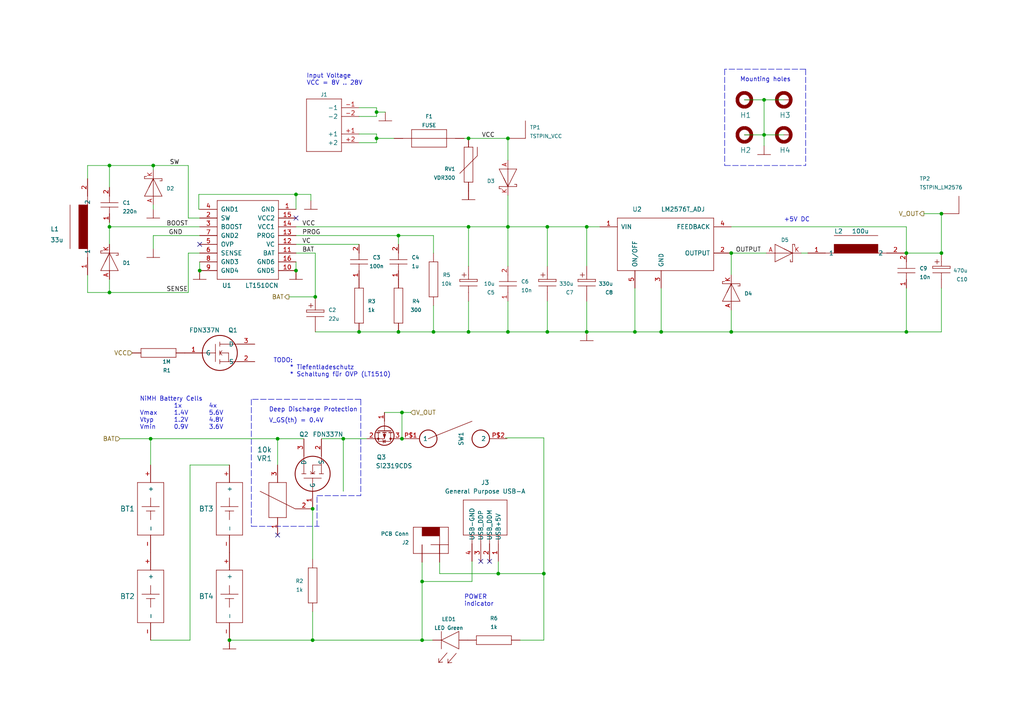
<source format=kicad_sch>
(kicad_sch (version 20211123) (generator eeschema)
  (paper "A4")
  (title_block (title "DC-Voltage-Regulator") (date "2022-06-02") (rev "1") (comment 1 "Author: Marco Dittmann"))
  (lib_symbols
    (symbol "EmbeddedSys:FDN337N" (pin_names (offset 1.016))
      (symbol "FDN337N_1_0"
        (polyline (pts (xy -1.27 0) (xy -5.08 0)))
        (polyline (pts (xy -1.27 0) (xy -1.27 -2.54)))
        (polyline (pts (xy -1.27 2.54) (xy -1.27 0)))
        (polyline (pts (xy 0 -2.54) (xy 5.08 -2.54)))
        (polyline (pts (xy 0 -1.905) (xy 0 -3.175)))
        (polyline (pts (xy 0 0) (xy 0 -0.635)))
        (polyline (pts (xy 0 0) (xy 0.635 -0.635)))
        (polyline (pts (xy 0 0) (xy 0.635 0.635)))
        (polyline (pts (xy 0 0) (xy 2.54 0)))
        (polyline (pts (xy 0 0.635) (xy 0 0)))
        (polyline (pts (xy 0 2.54) (xy 5.08 2.54)))
        (polyline (pts (xy 0 3.175) (xy 0 1.905)))
        (polyline (pts (xy 2.54 0) (xy 2.54 -2.54)))
        (circle (center 0 0) (radius 5.08) (stroke (width 0.254)))
        (pin bidirectional line (at -10.16 0 0) (length 5.08) (name "G") (number "1"))
        (pin bidirectional line (at 10.16 -2.54 180) (length 5.08) (name "S") (number "2"))
        (pin bidirectional line (at 10.16 2.54 180) (length 5.08) (name "D") (number "3"))
      )
    )
    (symbol "EmbeddedSys:LT1510CN" (pin_names (offset 1.016))
      (symbol "LT1510CN_1_0"
        (polyline (pts (xy 0 0) (xy 17.78 0)))
        (polyline (pts (xy 0 22.86) (xy 0 0)))
        (polyline (pts (xy 17.78 0) (xy 17.78 22.86)))
        (polyline (pts (xy 17.78 22.86) (xy 0 22.86)))
        (pin bidirectional line (at 22.86 20.32 180) (length 5.08) (name "GND") (number "1"))
        (pin bidirectional line (at 22.86 2.54 180) (length 5.08) (name "GND5") (number "10"))
        (pin bidirectional line (at 22.86 7.62 180) (length 5.08) (name "BAT") (number "11"))
        (pin bidirectional line (at 22.86 10.16 180) (length 5.08) (name "VC") (number "12"))
        (pin bidirectional line (at 22.86 12.7 180) (length 5.08) (name "PROG") (number "13"))
        (pin bidirectional line (at 22.86 15.24 180) (length 5.08) (name "VCC1") (number "14"))
        (pin bidirectional line (at 22.86 17.78 180) (length 5.08) (name "VCC2") (number "15"))
        (pin bidirectional line (at 22.86 5.08 180) (length 5.08) (name "GND6") (number "16"))
        (pin bidirectional line (at -5.08 17.78 0) (length 5.08) (name "SW") (number "2"))
        (pin bidirectional line (at -5.08 15.24 0) (length 5.08) (name "BOOST") (number "3"))
        (pin bidirectional line (at -5.08 20.32 0) (length 5.08) (name "GND1") (number "4"))
        (pin bidirectional line (at -5.08 10.16 0) (length 5.08) (name "OVP") (number "5"))
        (pin bidirectional line (at -5.08 7.62 0) (length 5.08) (name "SENSE") (number "6"))
        (pin bidirectional line (at -5.08 12.7 0) (length 5.08) (name "GND2") (number "7"))
        (pin bidirectional line (at -5.08 5.08 0) (length 5.08) (name "GND3") (number "8"))
        (pin bidirectional line (at -5.08 2.54 0) (length 5.08) (name "GND4") (number "9"))
      )
    )
    (symbol "EmbeddedSys:POWER_HOLES_MOUNT-PAD-ROUND3.0" (pin_names (offset 1.016))
      (property "Reference" "H" (at 2.794 0.5842 0))
      (property "Value" "POWER_HOLES_MOUNT-PAD-ROUND3.0" (at 2.794 -2.4638 0))
      (symbol "POWER_HOLES_MOUNT-PAD-ROUND3.0_1_0"
        (arc (start -2.032 -0.254) (mid -1.448 -1.448) (end -0.254 -2.032) (stroke (width 1.016)))
        (arc (start -0.254 2.032) (mid -1.448 1.448) (end -2.032 0.254) (stroke (width 1.016)))
        (circle (center 0 0) (radius 1.524) (stroke (width 0.0508)))
        (arc (start 0.254 -2.032) (mid 1.448 -1.448) (end 2.032 -0.254) (stroke (width 1.016)))
        (arc (start 2.032 0.254) (mid 1.448 1.448) (end 0.254 2.032) (stroke (width 1.016)))
        (pin passive line (at 0 0 0) (length 2.54) (name "MOUNT") (number "B3,0"))
      )
    )
    (symbol "EmbeddedSys:POWER_POWER_AKKU" (pin_names (offset 1.016))
      (property "Value" "POWER_POWER_AKKU" (at -7.62 -7.62 0))
      (symbol "POWER_POWER_AKKU_1_0"
        (polyline (pts (xy -7.62 -3.81) (xy -7.62 3.81)))
        (polyline (pts (xy -7.62 3.81) (xy 7.62 3.81)))
        (polyline (pts (xy -0.635 0) (xy -3.175 0)))
        (polyline (pts (xy -0.635 0) (xy -0.635 -2.54)))
        (polyline (pts (xy -0.635 2.54) (xy -0.635 0)))
        (polyline (pts (xy 0.635 0) (xy 0.635 -1.27)))
        (polyline (pts (xy 0.635 0) (xy 3.175 0)))
        (polyline (pts (xy 0.635 1.27) (xy 0.635 0)))
        (polyline (pts (xy 7.62 -3.81) (xy -7.62 -3.81)))
        (polyline (pts (xy 7.62 3.81) (xy 7.62 -3.81)))
        (pin bidirectional line (at -12.7 0 0) (length 5.08) (name "+") (number "+"))
        (pin bidirectional line (at 12.7 0 180) (length 5.08) (name "-") (number "-"))
      )
    )
    (symbol "EmbeddedSys:POWER_POWER_C-POL{dblquote}" (pin_names (offset 1.016))
      (property "Value" "POWER_POWER_C-POL{dblquote}" (at 2.54 -2.54 0))
      (symbol "POWER_POWER_C-POL{dblquote}_1_0"
        (polyline (pts (xy -0.635 0) (xy -2.54 0)))
        (polyline (pts (xy -0.635 0) (xy -0.635 -2.54)))
        (polyline (pts (xy -0.635 2.54) (xy -0.635 0)))
        (polyline (pts (xy 0.635 -2.54) (xy 0.635 2.54)))
        (polyline (pts (xy 0.635 2.54) (xy 1.27 2.54)))
        (polyline (pts (xy 1.27 -2.54) (xy 0.635 -2.54)))
        (polyline (pts (xy 1.27 0) (xy 1.27 -2.54)))
        (polyline (pts (xy 1.27 2.54) (xy 1.27 0)))
        (polyline (pts (xy 1.905 1.27) (xy 3.175 1.27)))
        (polyline (pts (xy 2.54 0) (xy 1.27 0)))
        (polyline (pts (xy 2.54 0.635) (xy 2.54 1.905)))
        (pin bidirectional line (at 5.08 0 180) (length 2.54) (name "+") (number "+"))
        (pin bidirectional line (at -5.08 0 0) (length 2.54) (name "-") (number "-"))
      )
    )
    (symbol "EmbeddedSys:POWER_POWER_CON2{dblquote}" (pin_names (offset 1.016))
      (property "Value" "POWER_POWER_CON2{dblquote}" (at -2.54 -5.08 0))
      (symbol "POWER_POWER_CON2{dblquote}_1_0"
        (polyline (pts (xy -2.54 -5.08) (xy 5.08 -5.08)))
        (polyline (pts (xy -2.54 2.54) (xy -2.54 -5.08)))
        (polyline (pts (xy -2.54 2.54) (xy 2.54 2.54)))
        (polyline (pts (xy -2.54 5.08) (xy -2.54 2.54)))
        (polyline (pts (xy 0 5.08) (xy -2.54 5.08)))
        (polyline (pts (xy 0 5.08) (xy 0 0)))
        (polyline (pts (xy 5.08 -5.08) (xy 5.08 5.08)))
        (polyline (pts (xy 5.08 5.08) (xy 0 5.08)))
        (rectangle (start 2.54 -2.54) (end 5.08 2.54) (fill (type outline)))
        (pin bidirectional line (at -5.08 2.54 0) (length 5.08) (name "+5V") (number "+5V"))
        (pin bidirectional line (at -5.08 -2.54 0) (length 5.08) (name "GND") (number "GND"))
      )
    )
    (symbol "EmbeddedSys:POWER_POWER_C_SMD" (pin_names (offset 1.016))
      (property "Value" "POWER_POWER_C_SMD" (at -2.54 -3.81 0))
      (symbol "POWER_POWER_C_SMD_1_0"
        (polyline (pts (xy -2.54 0) (xy -0.635 0)))
        (polyline (pts (xy -0.635 0) (xy -0.635 -2.54)))
        (polyline (pts (xy -0.635 2.54) (xy -0.635 0)))
        (polyline (pts (xy 0.635 0) (xy 0.635 -2.54)))
        (polyline (pts (xy 0.635 2.54) (xy 0.635 0)))
        (polyline (pts (xy 2.54 0) (xy 0.635 0)))
        (pin bidirectional line (at -5.08 0 0) (length 2.54) (name "P$1") (number "1"))
        (pin bidirectional line (at 5.08 0 180) (length 2.54) (name "P$2") (number "2"))
      )
    )
    (symbol "EmbeddedSys:POWER_POWER_FUSE{dblquote}" (pin_names (offset 1.016))
      (property "Value" "POWER_POWER_FUSE{dblquote}" (at -2.54 -2.54 0))
      (symbol "POWER_POWER_FUSE{dblquote}_1_0"
        (polyline (pts (xy -7.62 0) (xy 7.62 0)))
        (polyline (pts (xy -5.08 -2.54) (xy 5.08 -2.54)))
        (polyline (pts (xy -5.08 2.54) (xy -5.08 -2.54)))
        (polyline (pts (xy 5.08 -2.54) (xy 5.08 2.54)))
        (polyline (pts (xy 5.08 2.54) (xy -5.08 2.54)))
        (pin bidirectional line (at -10.16 0 0) (length 2.54) (name "P$1") (number "P$1"))
        (pin bidirectional line (at 10.16 0 180) (length 2.54) (name "P$2") (number "P$2"))
      )
    )
    (symbol "EmbeddedSys:POWER_POWER_LED-3MM" (pin_names (offset 1.016))
      (property "Value" "POWER_POWER_LED-3MM" (at -2.54 -5.08 0))
      (symbol "POWER_POWER_LED-3MM_1_0"
        (polyline (pts (xy -2.54 -2.54) (xy -2.54 2.54)))
        (polyline (pts (xy -2.54 2.54) (xy 2.54 0)))
        (polyline (pts (xy -1.778 3.81) (xy 0.635 6.604)))
        (polyline (pts (xy 0.635 6.604) (xy -0.508 6.477)))
        (polyline (pts (xy 0.635 6.604) (xy 0.635 5.461)))
        (polyline (pts (xy 0.889 3.683) (xy 3.302 6.477)))
        (polyline (pts (xy 2.54 0) (xy -2.54 -2.54)))
        (polyline (pts (xy 2.54 2.54) (xy 2.54 -2.54)))
        (polyline (pts (xy 3.302 6.477) (xy 2.159 6.35)))
        (polyline (pts (xy 3.302 6.477) (xy 3.302 5.334)))
        (pin bidirectional line (at -5.08 0 0) (length 2.54) (name "A") (number "A"))
        (pin bidirectional line (at 5.08 0 180) (length 2.54) (name "K") (number "K"))
      )
    )
    (symbol "EmbeddedSys:POWER_POWER_LM2576T_ADJ" (pin_names (offset 1.016))
      (symbol "POWER_POWER_LM2576T_ADJ_1_0"
        (polyline (pts (xy -12.7 5.08) (xy -12.7 20.32)))
        (polyline (pts (xy -12.7 20.32) (xy 15.24 20.32)))
        (polyline (pts (xy 15.24 5.08) (xy -12.7 5.08)))
        (polyline (pts (xy 15.24 20.32) (xy 15.24 5.08)))
        (pin bidirectional line (at -17.78 17.78 0) (length 5.08) (name "VIN") (number "1"))
        (pin bidirectional line (at 20.32 10.16 180) (length 5.08) (name "OUTPUT") (number "2"))
        (pin bidirectional line (at 0 0 90) (length 5.08) (name "GND") (number "3"))
        (pin bidirectional line (at 20.32 17.78 180) (length 5.08) (name "FEEDBACK") (number "4"))
        (pin bidirectional line (at -7.62 0 90) (length 5.08) (name "ON/OFF") (number "5"))
      )
    )
    (symbol "EmbeddedSys:POWER_POWER_POTI" (pin_names (offset 1.016))
      (property "Value" "POWER_POWER_POTI" (at 0 -5.08 0))
      (symbol "POWER_POWER_POTI_1_0"
        (polyline (pts (xy -5.08 -2.54) (xy 5.08 -2.54)))
        (polyline (pts (xy -5.08 2.54) (xy -5.08 -2.54)))
        (polyline (pts (xy -2.54 -5.08) (xy 2.54 5.08)))
        (polyline (pts (xy 5.08 -2.54) (xy 5.08 2.54)))
        (polyline (pts (xy 5.08 2.54) (xy -5.08 2.54)))
        (pin bidirectional line (at -10.16 0 0) (length 5.08) (name "1") (number "1"))
        (pin bidirectional line (at -2.54 -10.16 90) (length 5.08) (name "2") (number "2"))
        (pin bidirectional line (at 10.16 0 180) (length 5.08) (name "3") (number "3"))
      )
    )
    (symbol "EmbeddedSys:POWER_POWER_ROKA-PWR-IN" (pin_names (offset 1.016))
      (symbol "POWER_POWER_ROKA-PWR-IN_1_0"
        (polyline (pts (xy 0 0) (xy 0 15.24)))
        (polyline (pts (xy 0 15.24) (xy 10.16 15.24)))
        (polyline (pts (xy 10.16 0) (xy 0 0)))
        (polyline (pts (xy 10.16 15.24) (xy 10.16 0)))
        (pin bidirectional line (at -5.08 5.08 0) (length 5.08) (name "+1") (number "+1"))
        (pin bidirectional line (at -5.08 2.54 0) (length 5.08) (name "+2") (number "+2"))
        (pin bidirectional line (at -5.08 12.7 0) (length 5.08) (name "-1") (number "-1"))
        (pin bidirectional line (at -5.08 10.16 0) (length 5.08) (name "-2") (number "-2"))
      )
    )
    (symbol "EmbeddedSys:POWER_POWER_SB560{dblquote}" (pin_names (offset 1.016))
      (property "Value" "POWER_POWER_SB560{dblquote}" (at 2.54 -2.54 0))
      (symbol "POWER_POWER_SB560{dblquote}_1_0"
        (polyline (pts (xy -2.54 -2.54) (xy -2.54 0)))
        (polyline (pts (xy -2.54 0) (xy -2.54 2.54)))
        (polyline (pts (xy -2.54 0) (xy 2.54 0)))
        (polyline (pts (xy -2.54 2.54) (xy 2.54 0)))
        (polyline (pts (xy 0 1.27) (xy 2.54 0)))
        (polyline (pts (xy 1.905 -2.54) (xy 1.905 -1.905)))
        (polyline (pts (xy 2.54 -2.54) (xy 1.905 -2.54)))
        (polyline (pts (xy 2.54 0) (xy -2.54 -2.54)))
        (polyline (pts (xy 2.54 0) (xy 2.54 -2.54)))
        (polyline (pts (xy 2.54 0) (xy 2.54 2.54)))
        (polyline (pts (xy 2.54 2.54) (xy 3.175 2.54)))
        (polyline (pts (xy 3.175 2.54) (xy 3.175 1.905)))
        (pin bidirectional line (at -5.08 0 0) (length 2.54) (name "A") (number "A"))
        (pin bidirectional line (at 5.08 0 180) (length 2.54) (name "K") (number "K"))
      )
    )
    (symbol "EmbeddedSys:POWER_POWER_SMD_R" (pin_names (offset 1.016))
      (property "Reference" "R1" (at -2.54 2.54 0))
      (property "Value" "POWER_POWER_SMD_R" (at -2.54 -3.81 0))
      (symbol "POWER_POWER_SMD_R_1_0"
        (polyline (pts (xy -5.08 -1.27) (xy 5.08 -1.27)))
        (polyline (pts (xy -5.08 1.27) (xy -5.08 -1.27)))
        (polyline (pts (xy 5.08 -1.27) (xy 5.08 1.27)))
        (polyline (pts (xy 5.08 1.27) (xy -5.08 1.27)))
        (pin bidirectional line (at -7.62 0 0) (length 2.54) (name "P$1") (number "1"))
        (pin bidirectional line (at 7.62 0 180) (length 2.54) (name "P$2") (number "2"))
      )
    )
    (symbol "EmbeddedSys:POWER_POWER_SPULE_STEHEND" (pin_names (offset 1.016))
      (symbol "POWER_POWER_SPULE_STEHEND_1_0"
        (rectangle (start -12.7 12.7) (end 0 15.24) (fill (type outline)))
        (polyline (pts (xy -15.24 12.7) (xy 2.54 12.7)))
        (polyline (pts (xy -12.7 17.78) (xy 0 17.78)))
        (pin bidirectional line (at -20.32 12.7 0) (length 5.08) (name "1") (number "1"))
        (pin bidirectional line (at 7.62 12.7 180) (length 5.08) (name "2") (number "2"))
      )
    )
    (symbol "EmbeddedSys:POWER_POWER_SWITCH_ON" (pin_names (offset 1.016))
      (symbol "POWER_POWER_SWITCH_ON_1_0"
        (polyline (pts (xy 0 0) (xy 12.7 5.08)))
        (circle (center 0 0) (radius 2.54) (stroke (width 0.254)))
        (circle (center 15.24 0) (radius 2.54) (stroke (width 0.254)))
        (pin bidirectional line (at -7.62 0 0) (length 5.08) (name "1") (number "P$1"))
        (pin bidirectional line (at 22.86 0 180) (length 5.08) (name "2") (number "P$2"))
      )
    )
    (symbol "EmbeddedSys:POWER_POWER_TSTPIN{dblquote}" (pin_names (offset 1.016))
      (property "Value" "POWER_POWER_TSTPIN{dblquote}" (at 0 0 0))
      (symbol "POWER_POWER_TSTPIN{dblquote}_1_0"
        (polyline (pts (xy 0 0) (xy 0 5.08)))
        (pin bidirectional line (at -5.08 0 0) (length 5.08) (name "P$1") (number "P$1"))
      )
    )
    (symbol "EmbeddedSys:POWER_POWER_USBA" (pin_names (offset 1.016))
      (symbol "POWER_POWER_USBA_1_0"
        (polyline (pts (xy 0 0) (xy 10.16 0)))
        (polyline (pts (xy 0 2.54) (xy -2.54 2.54)))
        (polyline (pts (xy 0 2.54) (xy 0 0)))
        (polyline (pts (xy 0 5.08) (xy -2.54 5.08)))
        (polyline (pts (xy 0 5.08) (xy 0 2.54)))
        (polyline (pts (xy 0 7.62) (xy -2.54 7.62)))
        (polyline (pts (xy 0 7.62) (xy 0 5.08)))
        (polyline (pts (xy 0 10.16) (xy -2.54 10.16)))
        (polyline (pts (xy 0 10.16) (xy 0 7.62)))
        (polyline (pts (xy 0 12.7) (xy 0 10.16)))
        (polyline (pts (xy 10.16 0) (xy 10.16 12.7)))
        (polyline (pts (xy 10.16 12.7) (xy 0 12.7)))
        (pin bidirectional line (at -7.62 10.16 0) (length 5.08) (name "USB+5V") (number "1"))
        (pin bidirectional line (at -7.62 7.62 0) (length 5.08) (name "USB_DDM") (number "2"))
        (pin bidirectional line (at -7.62 5.08 0) (length 5.08) (name "USB_DDP") (number "3"))
        (pin bidirectional line (at -7.62 2.54 0) (length 5.08) (name "USB-GND") (number "4"))
      )
    )
    (symbol "EmbeddedSys:POWER_POWER_VDR300" (pin_names (offset 1.016))
      (property "Value" "POWER_POWER_VDR300" (at -1.27 -3.81 0))
      (symbol "POWER_POWER_VDR300_1_0"
        (polyline (pts (xy -5.08 -1.27) (xy 5.08 -1.27)))
        (polyline (pts (xy -5.08 1.27) (xy -5.08 -1.27)))
        (polyline (pts (xy -2.54 -2.54) (xy 2.54 2.54)))
        (polyline (pts (xy 2.54 2.54) (xy 5.08 2.54)))
        (polyline (pts (xy 5.08 -1.27) (xy 5.08 1.27)))
        (polyline (pts (xy 5.08 1.27) (xy -5.08 1.27)))
        (pin bidirectional line (at -7.62 0 0) (length 2.54) (name "P$1") (number "P$1"))
        (pin bidirectional line (at 7.62 0 180) (length 2.54) (name "P$2") (number "P$2"))
      )
    )
    (symbol "EmbeddedSys:POWER_SUPPLY1_GND" (power) (pin_names (offset 1.016))
      (property "Value" "POWER_SUPPLY1_GND" (at -2.54 -2.54 0))
      (symbol "POWER_SUPPLY1_GND_1_0"
        (polyline (pts (xy -1.905 0) (xy 1.905 0)))
        (pin power_in line (at 0 2.54 270) (length 2.54) (name "GND") (number "1"))
      )
    )
    (symbol "Transistor_FET:Si2319CDS" (pin_names hide)
      (property "Reference" "Q" (at 5.08 1.905 0))
      (property "Value" "Si2319CDS" (at 5.08 0 0))
      (symbol "Si2319CDS_0_1"
        (polyline (pts (xy 0.254 0) (xy -2.54 0)))
        (polyline (pts (xy 0.254 1.905) (xy 0.254 -1.905)) (stroke (width 0.254)))
        (polyline (pts (xy 0.762 -1.27) (xy 0.762 -2.286)) (stroke (width 0.254)))
        (polyline (pts (xy 0.762 0.508) (xy 0.762 -0.508)) (stroke (width 0.254)))
        (polyline (pts (xy 0.762 2.286) (xy 0.762 1.27)) (stroke (width 0.254)))
        (polyline (pts (xy 2.54 2.54) (xy 2.54 1.778)))
        (polyline (pts (xy 2.54 -2.54) (xy 2.54 0) (xy 0.762 0)))
        (polyline (pts (xy 0.762 1.778) (xy 3.302 1.778) (xy 3.302 -1.778) (xy 0.762 -1.778)))
        (polyline (pts (xy 2.286 0) (xy 1.27 0.381) (xy 1.27 -0.381) (xy 2.286 0)) (fill (type outline)))
        (polyline (pts (xy 2.794 -0.508) (xy 2.921 -0.381) (xy 3.683 -0.381) (xy 3.81 -0.254)))
        (polyline (pts (xy 3.302 -0.381) (xy 2.921 0.254) (xy 3.683 0.254) (xy 3.302 -0.381)))
        (circle (center 1.651 0) (radius 2.794) (stroke (width 0.254)))
        (circle (center 2.54 -1.778) (radius 0.254) (fill (type outline)))
        (circle (center 2.54 1.778) (radius 0.254) (fill (type outline)))
      )
      (symbol "Si2319CDS_1_1"
        (pin input line (at -5.08 0 0) (length 2.54) (name "G") (number "1"))
        (pin passive line (at 2.54 -5.08 90) (length 2.54) (name "S") (number "2"))
        (pin passive line (at 2.54 5.08 270) (length 2.54) (name "D") (number "3"))
      )
    )
  )
  (junction (at 273.05 61.976))
  (junction (at 31.75 84.836))
  (junction (at 122.428 168.656))
  (junction (at 66.548 185.674))
  (junction (at 104.14 96.266))
  (junction (at 44.45 48.006))
  (junction (at 116.586 127.254))
  (junction (at 115.57 68.326))
  (junction (at 125.73 96.266))
  (junction (at 31.75 65.786))
  (junction (at 85.852 56.388))
  (junction (at 43.688 127.254))
  (junction (at 135.89 96.266))
  (junction (at 147.32 40.132))
  (junction (at 170.18 96.266))
  (junction (at 221.615 28.956))
  (junction (at 147.32 96.266))
  (junction (at 212.09 73.406))
  (junction (at 31.75 48.006))
  (junction (at 221.615 39.116))
  (junction (at 170.18 65.786))
  (junction (at 99.568 127.254))
  (junction (at 212.09 96.266))
  (junction (at 90.678 147.574))
  (junction (at 57.912 78.486))
  (junction (at 135.89 65.786))
  (junction (at 91.44 86.106))
  (junction (at 109.22 32.512))
  (junction (at 135.89 40.132))
  (junction (at 273.05 73.406))
  (junction (at 115.57 96.266))
  (junction (at 90.678 185.674))
  (junction (at 262.89 73.406))
  (junction (at 116.586 119.634))
  (junction (at 184.15 96.266))
  (junction (at 158.75 65.786))
  (junction (at 109.22 40.132))
  (junction (at 147.32 65.786))
  (junction (at 157.734 166.37))
  (junction (at 144.526 166.37))
  (junction (at 158.75 96.266))
  (junction (at 262.89 96.266))
  (junction (at 80.518 127.254))
  (junction (at 85.852 78.486))
  (junction (at 191.77 96.266))
  (junction (at 122.428 185.674))
  (no_connect (at 80.518 155.194))
  (no_connect (at 57.912 70.866))
  (no_connect (at 85.852 63.246))
  (no_connect (at 139.446 162.814))
  (no_connect (at 141.986 162.814))
  (wire (pts (xy 262.89 73.406) (xy 273.05 73.406)))
  (wire (pts (xy 114.3 40.132) (xy 109.22 40.132)))
  (wire (pts (xy 85.852 68.326) (xy 115.57 68.326)))
  (wire (pts (xy 104.14 38.862) (xy 109.22 38.862)))
  (wire (pts (xy 136.906 162.814) (xy 136.906 168.656)))
  (wire (pts (xy 215.9 28.956) (xy 221.615 28.956)))
  (wire (pts (xy 104.14 41.402) (xy 109.22 41.402)))
  (wire (pts (xy 44.45 48.006) (xy 54.61 48.006)))
  (wire (pts (xy 31.75 65.786) (xy 57.912 65.786)))
  (wire (pts (xy 31.75 65.786) (xy 31.75 70.866)))
  (wire (pts (xy 221.615 28.956) (xy 227.33 28.956)))
  (wire (pts (xy 31.75 64.516) (xy 31.75 65.786)))
  (wire (pts (xy 44.45 48.006) (xy 44.45 49.276)))
  (wire (pts (xy 170.18 87.376) (xy 170.18 96.266)))
  (wire (pts (xy 125.73 88.646) (xy 125.73 96.266)))
  (wire (pts (xy 191.77 83.566) (xy 191.77 96.266)))
  (wire (pts (xy 109.22 38.862) (xy 109.22 40.132)))
  (wire (pts (xy 99.568 127.254) (xy 99.568 142.494)))
  (wire (pts (xy 43.688 185.674) (xy 55.118 185.674)))
  (polyline (pts (xy 104.648 115.824) (xy 104.648 143.764)))
  (wire (pts (xy 90.17 56.388) (xy 90.17 58.166)))
  (wire (pts (xy 212.09 65.786) (xy 262.89 65.786)))
  (wire (pts (xy 57.658 56.388) (xy 57.658 60.706)))
  (wire (pts (xy 25.4 48.006) (xy 25.4 51.816)))
  (wire (pts (xy 54.61 63.246) (xy 57.912 63.246)))
  (wire (pts (xy 83.82 86.106) (xy 91.44 86.106)))
  (wire (pts (xy 221.615 39.116) (xy 227.33 39.116)))
  (polyline (pts (xy 210.185 20.066) (xy 210.185 48.006)))
  (wire (pts (xy 106.426 127.254) (xy 99.568 127.254)))
  (wire (pts (xy 212.09 73.406) (xy 212.09 79.756)))
  (wire (pts (xy 31.75 48.006) (xy 31.75 54.356)))
  (wire (pts (xy 80.518 127.254) (xy 80.518 134.874)))
  (polyline (pts (xy 104.648 115.824) (xy 72.898 115.824)))
  (wire (pts (xy 184.15 83.566) (xy 184.15 96.266)))
  (wire (pts (xy 31.75 48.006) (xy 44.45 48.006)))
  (wire (pts (xy 31.75 81.026) (xy 31.75 84.836)))
  (wire (pts (xy 135.89 65.786) (xy 135.89 77.216)))
  (wire (pts (xy 91.44 73.406) (xy 91.44 86.106)))
  (wire (pts (xy 85.852 70.866) (xy 104.14 70.866)))
  (wire (pts (xy 34.798 127.254) (xy 43.688 127.254)))
  (wire (pts (xy 122.428 163.068) (xy 122.428 168.656)))
  (wire (pts (xy 55.118 134.874) (xy 66.548 134.874)))
  (wire (pts (xy 147.32 87.376) (xy 147.32 96.266)))
  (wire (pts (xy 147.32 40.132) (xy 135.89 40.132)))
  (wire (pts (xy 215.9 39.116) (xy 221.615 39.116)))
  (wire (pts (xy 157.734 166.37) (xy 157.734 185.674)))
  (polyline (pts (xy 72.898 115.824) (xy 72.898 152.654)))
  (wire (pts (xy 109.22 33.782) (xy 104.14 33.782)))
  (wire (pts (xy 150.876 185.674) (xy 157.734 185.674)))
  (wire (pts (xy 146.558 127) (xy 157.734 127)))
  (wire (pts (xy 147.32 65.786) (xy 158.75 65.786)))
  (wire (pts (xy 170.18 65.786) (xy 173.99 65.786)))
  (wire (pts (xy 57.658 56.388) (xy 85.852 56.388)))
  (wire (pts (xy 57.912 75.946) (xy 57.912 78.486)))
  (wire (pts (xy 104.14 96.266) (xy 115.57 96.266)))
  (polyline (pts (xy 233.68 20.066) (xy 210.185 20.066)))
  (wire (pts (xy 212.09 96.266) (xy 262.89 96.266)))
  (wire (pts (xy 25.4 84.836) (xy 31.75 84.836)))
  (wire (pts (xy 66.548 185.674) (xy 90.678 185.674)))
  (wire (pts (xy 144.526 166.37) (xy 157.734 166.37)))
  (wire (pts (xy 85.852 65.786) (xy 135.89 65.786)))
  (wire (pts (xy 262.89 96.266) (xy 273.05 96.266)))
  (wire (pts (xy 80.518 127.254) (xy 88.138 127.254)))
  (wire (pts (xy 262.89 83.566) (xy 262.89 96.266)))
  (wire (pts (xy 93.218 127.254) (xy 99.568 127.254)))
  (wire (pts (xy 99.568 127) (xy 99.568 127.254)))
  (wire (pts (xy 91.44 96.266) (xy 104.14 96.266)))
  (wire (pts (xy 212.09 89.916) (xy 212.09 96.266)))
  (wire (pts (xy 232.41 73.406) (xy 234.315 73.406)))
  (wire (pts (xy 115.57 68.326) (xy 115.57 70.866)))
  (wire (pts (xy 90.17 56.388) (xy 85.852 56.388)))
  (polyline (pts (xy 72.898 152.654) (xy 92.583 152.654)))
  (wire (pts (xy 54.61 73.406) (xy 57.912 73.406)))
  (wire (pts (xy 57.658 60.706) (xy 57.912 60.706)))
  (wire (pts (xy 221.615 39.116) (xy 221.615 42.291)))
  (wire (pts (xy 147.32 96.266) (xy 158.75 96.266)))
  (wire (pts (xy 122.428 185.674) (xy 125.476 185.674)))
  (wire (pts (xy 25.4 79.756) (xy 25.4 84.836)))
  (wire (pts (xy 54.61 73.406) (xy 54.61 84.836)))
  (wire (pts (xy 170.18 96.266) (xy 184.15 96.266)))
  (wire (pts (xy 158.75 65.786) (xy 158.75 77.216)))
  (wire (pts (xy 170.18 77.216) (xy 170.18 65.786)))
  (wire (pts (xy 115.57 68.326) (xy 125.73 68.326)))
  (wire (pts (xy 221.615 28.956) (xy 221.615 39.116)))
  (wire (pts (xy 43.688 127.254) (xy 80.518 127.254)))
  (wire (pts (xy 262.255 73.406) (xy 262.89 73.406)))
  (wire (pts (xy 125.73 68.326) (xy 125.73 73.406)))
  (wire (pts (xy 135.89 96.266) (xy 147.32 96.266)))
  (wire (pts (xy 147.32 40.132) (xy 147.32 46.482)))
  (wire (pts (xy 111.506 119.634) (xy 116.586 119.634)))
  (wire (pts (xy 44.45 72.136) (xy 44.45 68.326)))
  (wire (pts (xy 135.89 40.132) (xy 134.62 40.132)))
  (wire (pts (xy 109.22 31.242) (xy 109.22 32.512)))
  (wire (pts (xy 144.526 162.814) (xy 144.526 166.37)))
  (wire (pts (xy 135.89 87.376) (xy 135.89 96.266)))
  (polyline (pts (xy 91.948 152.654) (xy 91.948 143.764)))
  (wire (pts (xy 85.852 73.406) (xy 91.44 73.406)))
  (wire (pts (xy 109.22 32.512) (xy 109.22 33.782)))
  (polyline (pts (xy 210.185 48.006) (xy 233.68 48.006)))
  (wire (pts (xy 135.89 65.786) (xy 147.32 65.786)))
  (polyline (pts (xy 233.68 20.066) (xy 233.68 48.006)))
  (wire (pts (xy 147.32 65.786) (xy 147.32 77.216)))
  (wire (pts (xy 158.75 96.266) (xy 170.18 96.266)))
  (wire (pts (xy 44.45 59.436) (xy 44.45 60.706)))
  (wire (pts (xy 184.15 96.266) (xy 191.77 96.266)))
  (wire (pts (xy 262.89 65.786) (xy 262.89 73.406)))
  (wire (pts (xy 111.76 32.512) (xy 109.22 32.512)))
  (wire (pts (xy 55.118 185.674) (xy 55.118 134.874)))
  (wire (pts (xy 158.75 87.376) (xy 158.75 96.266)))
  (wire (pts (xy 90.678 177.419) (xy 90.678 185.674)))
  (wire (pts (xy 125.73 96.266) (xy 135.89 96.266)))
  (wire (pts (xy 136.906 168.656) (xy 122.428 168.656)))
  (wire (pts (xy 44.45 68.326) (xy 57.912 68.326)))
  (wire (pts (xy 109.22 40.132) (xy 109.22 41.402)))
  (wire (pts (xy 54.61 48.006) (xy 54.61 63.246)))
  (wire (pts (xy 104.14 31.242) (xy 109.22 31.242)))
  (wire (pts (xy 158.75 65.786) (xy 170.18 65.786)))
  (wire (pts (xy 191.77 96.266) (xy 212.09 96.266)))
  (wire (pts (xy 116.586 119.634) (xy 119.126 119.634)))
  (wire (pts (xy 273.05 96.266) (xy 273.05 83.566)))
  (wire (pts (xy 267.97 61.976) (xy 273.05 61.976)))
  (wire (pts (xy 90.678 185.674) (xy 122.428 185.674)))
  (wire (pts (xy 90.678 147.574) (xy 90.678 162.179)))
  (wire (pts (xy 31.75 84.836) (xy 54.61 84.836)))
  (wire (pts (xy 85.852 75.946) (xy 85.852 78.486)))
  (wire (pts (xy 127.508 166.37) (xy 144.526 166.37)))
  (wire (pts (xy 25.4 48.006) (xy 31.75 48.006)))
  (wire (pts (xy 115.57 96.266) (xy 125.73 96.266)))
  (wire (pts (xy 273.05 61.976) (xy 273.05 73.406)))
  (wire (pts (xy 147.32 56.642) (xy 147.32 65.786)))
  (wire (pts (xy 127.508 163.068) (xy 127.508 166.37)))
  (wire (pts (xy 43.688 127.254) (xy 43.688 134.874)))
  (wire (pts (xy 116.586 119.634) (xy 116.586 127.254)))
  (polyline (pts (xy 91.948 143.764) (xy 104.648 143.764)))
  (wire (pts (xy 212.09 73.406) (xy 222.25 73.406)))
  (wire (pts (xy 122.428 168.656) (xy 122.428 185.674)))
  (wire (pts (xy 157.734 127) (xy 157.734 166.37)))
  (wire (pts (xy 85.852 56.388) (xy 85.852 60.706)))
  (text "Deep Discharge Protection\n" (at 77.978 119.634 0) (effects (font (size 1.27 1.27)) (justify left bottom)))
  (text "+5V DC\n" (at 227.33 64.516 0) (effects (font (size 1.27 1.27)) (justify left bottom)))
  (text "V_GS(th) = 0.4V\n" (at 77.978 122.809 0) (effects (font (size 1.27 1.27)) (justify left bottom)))
  (text "NiMH Battery Cells\n		1x		4x\nVmax	1.4V	5.6V\nVtyp	1.2V	4.8V\nVmin	0.9V	3.6V" (at 40.513 124.714 0) (effects (font (size 1.27 1.27)) (justify left bottom)))
  (text "Mounting holes" (at 214.63 23.876 0) (effects (font (size 1.27 1.27)) (justify left bottom)))
  (text "TODO:\n	* Tiefentladeschutz\n	* Schaltung für OVP (LT1510)" (at 79.248 109.474 0) (effects (font (size 1.27 1.27)) (justify left bottom)))
  (text "Input Voltage\nVCC = 8V .. 28V" (at 88.9 24.892 0) (effects (font (size 1.27 1.27)) (justify left bottom)))
  (text "POWER\nindicator" (at 134.62 176.022 0) (effects (font (size 1.27 1.27)) (justify left bottom)))
  (label "BAT" (at 87.63 73.406 0))
  (label "SW" (at 52.07 48.006 180))
  (label "GND" (at 48.895 68.326 0))
  (label "VCC" (at 87.63 65.786 0))
  (label "OUTPUT" (at 213.36 73.406 0))
  (label "SENSE" (at 48.26 84.836 0))
  (label "VCC" (at 139.7 40.132 0))
  (label "BOOST" (at 48.26 65.786 0))
  (label "VC" (at 87.63 70.866 0))
  (label "PROG" (at 87.63 68.326 0))
  (hierarchical_label "BAT" (shape input) (at 34.798 127.254 180))
  (hierarchical_label "VCC" (shape input) (at 38.354 102.362 180))
  (hierarchical_label "V_OUT" (shape output) (at 267.97 61.976 180))
  (hierarchical_label "BAT" (shape output) (at 83.82 86.106 180))
  (hierarchical_label "V_OUT" (shape input) (at 119.126 119.634 0))
  (symbol (lib_id "EmbeddedSys:POWER_POWER_SWITCH_ON") (at 124.206 127.254 0) (unit 1)
    (property "Reference" "SW1" (at 133.731 127.254 90))
    (property "Value" "POWER Switch" (effects hide))
    (property "Footprint" "LIB_Embedsys:POWER_POWER_SWITCH_ON" (effects hide))
  )
  (symbol (lib_id "EmbeddedSys:POWER_POWER_C-POL{dblquote}") (at 273.05 78.486 90) (unit 1)
    (property "Reference" "C10" (at 280.67 81.026 90) (effects (font (size 1.0668 1.0668)) (justify left)))
    (property "Value" "470u" (at 280.67 78.486 90) (effects (font (size 1.0668 1.0668)) (justify left)))
    (property "Footprint" "LIB_Embedsys:POWER_POWER_C-POL" (effects hide))
  )
  (symbol (lib_id "EmbeddedSys:POWER_POWER_SPULE_STEHEND") (at 254.635 86.106 0) (unit 1)
    (property "Reference" "L2" (at 243.205 67.056 0))
    (property "Value" "100u" (at 249.555 67.056 0))
    (property "Footprint" "LIB_Embedsys:POWER_POWER_SPULE_STEHEND" (effects hide))
  )
  (symbol (lib_id "EmbeddedSys:POWER_SUPPLY1_GND") (at 90.17 60.706 0) (unit 1)
    (property "Reference" "#GND06" (effects hide))
    (property "Value" "POWER_SUPPLY1_GND" (effects hide))
  )
  (symbol (lib_id "EmbeddedSys:FDN337N") (at 63.754 102.362 0) (unit 1)
    (property "Reference" "Q1" (at 67.564 95.758 0))
    (property "Value" "FDN337N" (at 59.309 95.758 0))
    (property "Footprint" "LIB_Embedsys:SOT23" (effects hide))
  )
  (symbol (lib_id "EmbeddedSys:POWER_SUPPLY1_GND") (at 135.89 57.912 0) (mirror y) (unit 1)
    (property "Reference" "#GND08" (effects hide))
    (property "Value" "POWER_SUPPLY1_GND" (effects hide))
  )
  (symbol (lib_id "EmbeddedSys:POWER_HOLES_MOUNT-PAD-ROUND3.0") (at 227.33 28.956 0) (unit 1)
    (property "Reference" "H3" (at 226.06 33.401 0) (effects (font (size 1.4986 1.4986)) (justify left)))
    (property "Value" "MOUNT-PAD-3.0" (effects hide))
    (property "Footprint" "LIB_Embedsys:POWER_HOLES_3,0-PAD" (effects hide))
  )
  (symbol (lib_id "EmbeddedSys:POWER_SUPPLY1_GND") (at 44.45 63.246 0) (unit 1)
    (property "Reference" "#GND01" (effects hide))
    (property "Value" "POWER_SUPPLY1_GND" (effects hide))
  )
  (symbol (lib_id "EmbeddedSys:POWER_POWER_SPULE_STEHEND") (at 38.1 59.436 90) (unit 1)
    (property "Reference" "L1" (at 15.875 66.421 90))
    (property "Value" "33u" (at 16.51 69.596 90))
    (property "Footprint" "LIB_Embedsys:POWER_POWER_SPULE_STEHEND" (effects hide))
  )
  (symbol (lib_id "EmbeddedSys:POWER_POWER_CON2{dblquote}") (at 124.968 157.988 270) (mirror x) (unit 1)
    (property "Reference" "J2" (at 118.618 157.3531 90) (effects (font (size 1.0668 1.0668)) (justify right)))
    (property "Value" "PCB Conn" (at 118.618 154.8131 90) (effects (font (size 1.0668 1.0668)) (justify right)))
    (property "Footprint" "LIB_Embedsys:POWER_POWER_CON2" (effects hide))
  )
  (symbol (lib_id "Transistor_FET:Si2319CDS") (at 111.506 124.714 270) (unit 1)
    (property "Reference" "Q3" (at 109.22 132.588 90) (effects (justify left)))
    (property "Value" "Si2319CDS" (at 108.966 135.128 90) (effects (justify left)))
    (property "Footprint" "Package_TO_SOT_SMD:SOT-23" (effects hide))
    (property "Datasheet" "http://www.vishay.com/docs/66709/si2319cd.pdf" (effects hide))
  )
  (symbol (lib_id "EmbeddedSys:POWER_POWER_LED-3MM") (at 130.556 185.674 180) (unit 1)
    (property "Reference" "LED1" (at 130.175 179.578 0) (effects (font (size 1.0668 1.0668))))
    (property "Value" "LED Green" (at 130.175 182.118 0) (effects (font (size 1.0668 1.0668))))
    (property "Footprint" "LIB_Embedsys:POWER_POWER_LED-3MM" (effects hide))
  )
  (symbol (lib_id "EmbeddedSys:POWER_POWER_LM2576T_ADJ") (at 191.77 83.566 0) (unit 1)
    (property "Reference" "U2" (at 184.785 60.706 0))
    (property "Value" "LM2576T_ADJ" (at 198.12 60.706 0))
    (property "Footprint" "LIB_Embedsys:POWER_POWER_5_LEAD_TO220" (effects hide))
  )
  (symbol (lib_id "EmbeddedSys:POWER_POWER_SB560{dblquote}") (at 212.09 84.836 90) (unit 1)
    (property "Reference" "D4" (at 215.9 85.1534 90) (effects (font (size 1.0668 1.0668)) (justify right)))
    (property "Value" "POWER_POWER_SB560\"" (effects hide))
    (property "Footprint" "LIB_Embedsys:POWER_POWER_DO201AD" (effects hide))
  )
  (symbol (lib_id "EmbeddedSys:POWER_POWER_C-POL{dblquote}") (at 91.44 91.186 90) (unit 1)
    (property "Reference" "C2" (at 95.25 89.916 90) (effects (font (size 1.0668 1.0668)) (justify right)))
    (property "Value" "22u" (at 95.25 92.456 90) (effects (font (size 1.0668 1.0668)) (justify right)))
    (property "Footprint" "LIB_Embedsys:POWER_POWER_C-POL" (effects hide))
  )
  (symbol (lib_id "EmbeddedSys:POWER_POWER_USBA") (at 134.366 155.194 270) (mirror x) (unit 1)
    (property "Reference" "J3" (at 140.716 139.954 90))
    (property "Value" "General Purpose USB-A" (at 140.716 142.494 90))
    (property "Footprint" "LIB_Embedsys:POWER_POWER_USBA" (effects hide))
  )
  (symbol (lib_id "EmbeddedSys:LT1510CN") (at 62.992 81.026 0) (unit 1)
    (property "Reference" "U1" (at 65.786 82.804 0))
    (property "Value" "LT1510CN" (at 75.946 82.804 0))
    (property "Footprint" "LIB_Embedsys:SO16" (effects hide))
  )
  (symbol (lib_id "EmbeddedSys:POWER_HOLES_MOUNT-PAD-ROUND3.0") (at 215.9 39.116 0) (unit 1)
    (property "Reference" "H2" (at 214.63 43.561 0) (effects (font (size 1.4986 1.4986)) (justify left)))
    (property "Value" "MOUNT-PAD-3.0" (effects hide))
    (property "Footprint" "LIB_Embedsys:POWER_HOLES_3,0-PAD" (effects hide))
  )
  (symbol (lib_id "EmbeddedSys:POWER_SUPPLY1_GND") (at 111.76 35.052 0) (mirror y) (unit 1)
    (property "Reference" "#GND07" (effects hide))
    (property "Value" "POWER_SUPPLY1_GND" (effects hide))
  )
  (symbol (lib_id "EmbeddedSys:POWER_POWER_SMD_R") (at 125.73 81.026 90) (unit 1)
    (property "Reference" "R5" (at 129.54 79.756 90) (effects (font (size 1.0668 1.0668))))
    (property "Value" "10k" (at 129.54 82.296 90) (effects (font (size 1.0668 1.0668))))
    (property "Footprint" "LIB_Embedsys:R0805" (effects hide))
  )
  (symbol (lib_id "EmbeddedSys:POWER_SUPPLY1_GND") (at 170.18 98.806 0) (unit 1)
    (property "Reference" "#GND09" (effects hide))
    (property "Value" "POWER_SUPPLY1_GND" (effects hide))
  )
  (symbol (lib_id "EmbeddedSys:POWER_POWER_SMD_R") (at 115.57 88.646 90) (unit 1)
    (property "Reference" "R4" (at 120.65 87.376 90) (effects (font (size 1.0668 1.0668))))
    (property "Value" "300" (at 120.65 89.916 90) (effects (font (size 1.0668 1.0668))))
    (property "Footprint" "LIB_Embedsys:R0805" (effects hide))
  )
  (symbol (lib_id "EmbeddedSys:POWER_POWER_SB560{dblquote}") (at 44.45 54.356 90) (unit 1)
    (property "Reference" "D2" (at 48.26 54.6734 90) (effects (font (size 1.0668 1.0668)) (justify right)))
    (property "Value" "POWER_POWER_SB560\"" (effects hide))
    (property "Footprint" "LIB_Embedsys:POWER_POWER_DO201AD" (effects hide))
  )
  (symbol (lib_id "EmbeddedSys:POWER_POWER_AKKU") (at 66.548 147.574 270) (unit 1)
    (property "Reference" "BT3" (at 57.658 147.574 90) (effects (font (size 1.4986 1.4986)) (justify left)))
    (property "Value" "POWER_POWER_AKKU" (effects hide))
    (property "Footprint" "LIB_Embedsys:POWER_POWER_AKKU_AA" (effects hide))
  )
  (symbol (lib_id "EmbeddedSys:POWER_POWER_C-POL{dblquote}") (at 135.89 82.296 90) (unit 1)
    (property "Reference" "C5" (at 143.51 84.836 90) (effects (font (size 1.0668 1.0668)) (justify left)))
    (property "Value" "10u" (at 143.51 82.296 90) (effects (font (size 1.0668 1.0668)) (justify left)))
    (property "Footprint" "LIB_Embedsys:POWER_POWER_C-POL" (effects hide))
  )
  (symbol (lib_id "EmbeddedSys:POWER_POWER_C_SMD") (at 115.57 75.946 90) (unit 1)
    (property "Reference" "C4" (at 119.38 74.676 90) (effects (font (size 1.0668 1.0668)) (justify right)))
    (property "Value" "1u" (at 119.38 77.216 90) (effects (font (size 1.0668 1.0668)) (justify right)))
    (property "Footprint" "LIB_Embedsys:C1206" (effects hide))
  )
  (symbol (lib_id "EmbeddedSys:POWER_POWER_AKKU") (at 66.548 172.974 270) (unit 1)
    (property "Reference" "BT4" (at 57.658 172.974 90) (effects (font (size 1.4986 1.4986)) (justify left)))
    (property "Value" "POWER_POWER_AKKU" (effects hide))
    (property "Footprint" "LIB_Embedsys:POWER_POWER_AKKU_AA" (effects hide))
  )
  (symbol (lib_id "EmbeddedSys:POWER_SUPPLY1_GND") (at 44.45 74.676 0) (unit 1)
    (property "Reference" "#GND02" (effects hide))
    (property "Value" "POWER_SUPPLY1_GND" (effects hide))
  )
  (symbol (lib_id "EmbeddedSys:POWER_POWER_SB560{dblquote}") (at 227.33 73.406 0) (unit 1)
    (property "Reference" "D5" (at 227.6475 69.596 0) (effects (font (size 1.0668 1.0668))))
    (property "Value" "POWER_POWER_SB560\"" (effects hide))
    (property "Footprint" "LIB_Embedsys:POWER_POWER_DO201AD" (effects hide))
  )
  (symbol (lib_id "EmbeddedSys:POWER_POWER_C-POL{dblquote}") (at 170.18 82.296 90) (unit 1)
    (property "Reference" "C8" (at 177.8 84.836 90) (effects (font (size 1.0668 1.0668)) (justify left)))
    (property "Value" "330u" (at 177.8 82.296 90) (effects (font (size 1.0668 1.0668)) (justify left)))
    (property "Footprint" "LIB_Embedsys:POWER_POWER_C-POL" (effects hide))
  )
  (symbol (lib_id "EmbeddedSys:POWER_POWER_SB560{dblquote}") (at 147.32 51.562 90) (mirror x) (unit 1)
    (property "Reference" "D3" (at 143.51 52.5144 90) (effects (font (size 1.0668 1.0668)) (justify left)))
    (property "Value" "POWER_POWER_SB560\"" (effects hide))
    (property "Footprint" "LIB_Embedsys:POWER_POWER_DO201AD" (effects hide))
  )
  (symbol (lib_id "EmbeddedSys:POWER_POWER_C-POL{dblquote}") (at 158.75 82.296 90) (unit 1)
    (property "Reference" "C7" (at 166.37 84.836 90) (effects (font (size 1.0668 1.0668)) (justify left)))
    (property "Value" "330u" (at 166.37 82.296 90) (effects (font (size 1.0668 1.0668)) (justify left)))
    (property "Footprint" "LIB_Embedsys:POWER_POWER_C-POL" (effects hide))
  )
  (symbol (lib_id "EmbeddedSys:POWER_POWER_ROKA-PWR-IN") (at 99.06 43.942 0) (mirror y) (unit 1)
    (property "Reference" "J1" (at 93.98 27.432 0) (effects (font (size 1.0668 1.0668))))
    (property "Value" "POWER_POWER_ROKA-PWR-IN" (effects hide))
    (property "Footprint" "LIB_Embedsys:POWER_POWER_ROKA-PWR-IN" (effects hide))
  )
  (symbol (lib_id "EmbeddedSys:POWER_POWER_VDR300") (at 135.89 47.752 270) (mirror x) (unit 1)
    (property "Reference" "RV1" (at 132.08 49.022 90) (effects (font (size 1.0668 1.0668)) (justify right)))
    (property "Value" "VDR300" (at 132.08 51.562 90) (effects (font (size 1.0668 1.0668)) (justify right)))
    (property "Footprint" "LIB_Embedsys:POWER_POWER_VDR" (effects hide))
  )
  (symbol (lib_id "EmbeddedSys:POWER_HOLES_MOUNT-PAD-ROUND3.0") (at 227.33 39.116 0) (unit 1)
    (property "Reference" "H4" (at 226.06 43.561 0) (effects (font (size 1.4986 1.4986)) (justify left)))
    (property "Value" "MOUNT-PAD-3.0" (effects hide))
    (property "Footprint" "LIB_Embedsys:POWER_HOLES_3,0-PAD" (effects hide))
  )
  (symbol (lib_id "EmbeddedSys:POWER_POWER_AKKU") (at 43.688 172.974 270) (unit 1)
    (property "Reference" "BT2" (at 34.798 172.974 90) (effects (font (size 1.4986 1.4986)) (justify left)))
    (property "Value" "POWER_POWER_AKKU" (effects hide))
    (property "Footprint" "LIB_Embedsys:POWER_POWER_AKKU_AA" (effects hide))
  )
  (symbol (lib_id "EmbeddedSys:POWER_SUPPLY1_GND") (at 57.912 81.026 0) (unit 1)
    (property "Reference" "#GND03" (effects hide))
    (property "Value" "POWER_SUPPLY1_GND" (effects hide))
  )
  (symbol (lib_id "EmbeddedSys:POWER_POWER_SMD_R") (at 143.256 185.674 0) (unit 1)
    (property "Reference" "R6" (at 143.256 179.324 0) (effects (font (size 1.0668 1.0668))))
    (property "Value" "1k" (at 143.256 181.864 0) (effects (font (size 1.0668 1.0668))))
    (property "Footprint" "LIB_Embedsys:R0805" (effects hide))
  )
  (symbol (lib_id "EmbeddedSys:POWER_POWER_C_SMD") (at 147.32 82.296 90) (unit 1)
    (property "Reference" "C6" (at 151.13 81.6609 90) (effects (font (size 1.0668 1.0668)) (justify right)))
    (property "Value" "10n" (at 151.13 84.2009 90) (effects (font (size 1.0668 1.0668)) (justify right)))
    (property "Footprint" "LIB_Embedsys:C1206" (effects hide))
  )
  (symbol (lib_id "EmbeddedSys:POWER_HOLES_MOUNT-PAD-ROUND3.0") (at 215.9 28.956 0) (unit 1)
    (property "Reference" "H1" (at 214.63 33.401 0) (effects (font (size 1.4986 1.4986)) (justify left)))
    (property "Value" "MOUNT-PAD-3.0" (effects hide))
    (property "Footprint" "LIB_Embedsys:POWER_HOLES_3,0-PAD" (effects hide))
  )
  (symbol (lib_id "EmbeddedSys:POWER_POWER_AKKU") (at 43.688 147.574 270) (unit 1)
    (property "Reference" "BT1" (at 34.798 147.574 90) (effects (font (size 1.4986 1.4986)) (justify left)))
    (property "Value" "POWER_POWER_AKKU" (effects hide))
    (property "Footprint" "LIB_Embedsys:POWER_POWER_AKKU_AA" (effects hide))
  )
  (symbol (lib_id "EmbeddedSys:POWER_POWER_SMD_R") (at 90.678 169.799 90) (unit 1)
    (property "Reference" "R2" (at 86.868 168.529 90) (effects (font (size 1.0668 1.0668))))
    (property "Value" "1k" (at 86.868 171.069 90) (effects (font (size 1.0668 1.0668))))
    (property "Footprint" "LIB_Embedsys:R0805" (effects hide))
  )
  (symbol (lib_id "EmbeddedSys:POWER_POWER_SMD_R") (at 45.974 102.362 0) (unit 1)
    (property "Reference" "R1" (at 49.53 107.442 0) (effects (font (size 1.0668 1.0668)) (justify right)))
    (property "Value" "1M" (at 49.53 104.902 0) (effects (font (size 1.0668 1.0668)) (justify right)))
    (property "Footprint" "LIB_Embedsys:R0805" (effects hide))
  )
  (symbol (lib_id "EmbeddedSys:POWER_SUPPLY1_GND") (at 221.615 44.831 0) (mirror y) (unit 1)
    (property "Reference" "#GND010" (effects hide))
    (property "Value" "POWER_SUPPLY1_GND" (effects hide))
  )
  (symbol (lib_id "EmbeddedSys:POWER_POWER_POTI") (at 80.518 145.034 90) (unit 1)
    (property "Reference" "VR1" (at 76.708 132.969 90) (effects (font (size 1.4986 1.4986))))
    (property "Value" "10k" (at 76.708 130.429 90) (effects (font (size 1.4986 1.4986))))
    (property "Footprint" "LIB_Embedsys:POWER_POWER_POTI" (effects hide))
  )
  (symbol (lib_id "EmbeddedSys:POWER_POWER_C_SMD") (at 104.14 75.946 90) (unit 1)
    (property "Reference" "C3" (at 109.22 74.676 90) (effects (font (size 1.0668 1.0668))))
    (property "Value" "100n" (at 109.22 77.216 90) (effects (font (size 1.0668 1.0668))))
    (property "Footprint" "LIB_Embedsys:C1206" (effects hide))
  )
  (symbol (lib_id "EmbeddedSys:POWER_POWER_FUSE{dblquote}") (at 124.46 40.132 0) (mirror y) (unit 1)
    (property "Reference" "F1" (at 124.46 33.782 0) (effects (font (size 1.0668 1.0668))))
    (property "Value" "FUSE" (at 124.46 36.322 0) (effects (font (size 1.0668 1.0668))))
    (property "Footprint" "LIB_Embedsys:POWER_POWER_DIP2-300R" (effects hide))
  )
  (symbol (lib_id "EmbeddedSys:POWER_POWER_C_SMD") (at 31.75 59.436 90) (unit 1)
    (property "Reference" "C1" (at 35.56 58.8009 90) (effects (font (size 1.0668 1.0668)) (justify right)))
    (property "Value" "220n" (at 35.56 61.3409 90) (effects (font (size 1.0668 1.0668)) (justify right)))
    (property "Footprint" "LIB_Embedsys:C1206" (effects hide))
  )
  (symbol (lib_id "EmbeddedSys:POWER_SUPPLY1_GND") (at 85.852 81.026 0) (unit 1)
    (property "Reference" "#GND05" (effects hide))
    (property "Value" "POWER_SUPPLY1_GND" (effects hide))
  )
  (symbol (lib_id "EmbeddedSys:POWER_POWER_C_SMD") (at 262.89 78.486 90) (unit 1)
    (property "Reference" "C9" (at 266.7 77.8509 90) (effects (font (size 1.0668 1.0668)) (justify right)))
    (property "Value" "10n" (at 266.7 80.3909 90) (effects (font (size 1.0668 1.0668)) (justify right)))
    (property "Footprint" "LIB_Embedsys:C1206" (effects hide))
  )
  (symbol (lib_id "EmbeddedSys:POWER_SUPPLY1_GND") (at 66.548 188.214 0) (unit 1)
    (property "Reference" "#GND04" (effects hide))
    (property "Value" "POWER_SUPPLY1_GND" (effects hide))
  )
  (symbol (lib_id "EmbeddedSys:POWER_POWER_SB560{dblquote}") (at 31.75 75.946 90) (unit 1)
    (property "Reference" "D1" (at 35.56 76.2634 90) (effects (font (size 1.0668 1.0668)) (justify right)))
    (property "Value" "POWER_POWER_SB560\"" (effects hide))
    (property "Footprint" "LIB_Embedsys:POWER_POWER_DO201AD" (effects hide))
  )
  (symbol (lib_id "EmbeddedSys:FDN337N") (at 90.678 137.414 90) (unit 1)
    (property "Reference" "Q2" (at 88.138 125.984 90))
    (property "Value" "FDN337N" (at 95.123 125.984 90))
    (property "Footprint" "LIB_Embedsys:SOT23" (effects hide))
  )
  (symbol (lib_id "EmbeddedSys:POWER_POWER_TSTPIN{dblquote}") (at 278.13 61.976 0) (unit 1)
    (property "Reference" "TP2" (at 266.7 51.816 0) (effects (font (size 1.0668 1.0668)) (justify left)))
    (property "Value" "TSTPIN_LM2576" (at 266.7 54.356 0) (effects (font (size 1.0668 1.0668)) (justify left)))
    (property "Footprint" "LIB_Embedsys:POWER_POWER_TSTPIN" (effects hide))
  )
  (symbol (lib_id "EmbeddedSys:POWER_POWER_SMD_R") (at 104.14 88.646 90) (unit 1)
    (property "Reference" "R3" (at 106.68 87.376 90) (effects (font (size 1.0668 1.0668)) (justify right)))
    (property "Value" "1k" (at 106.68 89.916 90) (effects (font (size 1.0668 1.0668)) (justify right)))
    (property "Footprint" "LIB_Embedsys:R0805" (effects hide))
  )
  (symbol (lib_id "EmbeddedSys:POWER_POWER_TSTPIN{dblquote}") (at 152.4 40.132 0) (unit 1)
    (property "Reference" "TP1" (at 153.67 36.9569 0) (effects (font (size 1.0668 1.0668)) (justify left)))
    (property "Value" "TSTPIN_VCC" (at 153.67 39.4969 0) (effects (font (size 1.0668 1.0668)) (justify left)))
    (property "Footprint" "LIB_Embedsys:POWER_POWER_TSTPIN" (effects hide))
  )
)
</source>
